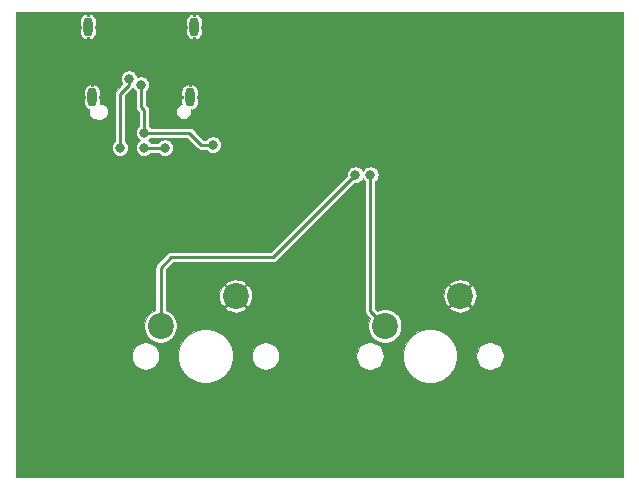
<source format=gbr>
%TF.GenerationSoftware,KiCad,Pcbnew,(5.1.10)-1*%
%TF.CreationDate,2021-07-17T22:11:59-07:00*%
%TF.ProjectId,twokey,74776f6b-6579-42e6-9b69-6361645f7063,rev?*%
%TF.SameCoordinates,Original*%
%TF.FileFunction,Copper,L2,Bot*%
%TF.FilePolarity,Positive*%
%FSLAX46Y46*%
G04 Gerber Fmt 4.6, Leading zero omitted, Abs format (unit mm)*
G04 Created by KiCad (PCBNEW (5.1.10)-1) date 2021-07-17 22:11:59*
%MOMM*%
%LPD*%
G01*
G04 APERTURE LIST*
%TA.AperFunction,ComponentPad*%
%ADD10C,2.200000*%
%TD*%
%TA.AperFunction,ComponentPad*%
%ADD11O,0.800000X1.600000*%
%TD*%
%TA.AperFunction,ViaPad*%
%ADD12C,0.800000*%
%TD*%
%TA.AperFunction,Conductor*%
%ADD13C,0.250000*%
%TD*%
%TA.AperFunction,Conductor*%
%ADD14C,0.100000*%
%TD*%
G04 APERTURE END LIST*
D10*
%TO.P,SW1,1*%
%TO.N,GND*%
X134500000Y-112000000D03*
%TO.P,SW1,2*%
%TO.N,KEY1*%
X128150000Y-114540000D03*
%TD*%
D11*
%TO.P,J1,S1*%
%TO.N,GND*%
X130622000Y-95143000D03*
%TO.P,J1,S2*%
X122362000Y-95143000D03*
%TO.P,J1,S3*%
X122002000Y-89193000D03*
%TO.P,J1,S4*%
X130982000Y-89193000D03*
%TD*%
D10*
%TO.P,SW2,2*%
%TO.N,KEY2*%
X147150000Y-114540000D03*
%TO.P,SW2,1*%
%TO.N,GND*%
X153500000Y-112000000D03*
%TD*%
D12*
%TO.N,GND*%
X122682000Y-97409000D03*
X146558000Y-94742000D03*
X147447000Y-98806000D03*
X147320000Y-101727000D03*
X149479000Y-104394000D03*
X148209000Y-105664000D03*
X147193000Y-104394000D03*
X151130000Y-103378000D03*
X152146000Y-102362000D03*
X149733000Y-90297000D03*
X152781000Y-89408000D03*
X151765000Y-90424000D03*
X151765000Y-88392000D03*
X138557000Y-90805000D03*
X137414000Y-89662000D03*
X138557000Y-88519000D03*
X129413000Y-94361000D03*
X123952000Y-94361000D03*
X123698000Y-98044000D03*
X130048000Y-97409000D03*
X128524000Y-101727000D03*
X126619000Y-101727000D03*
X125730000Y-101854000D03*
X123825000Y-101854000D03*
X124714000Y-102870000D03*
X127508000Y-102743000D03*
X140462000Y-95250000D03*
X141605000Y-94107000D03*
X139319000Y-94234000D03*
X137033000Y-94996000D03*
X135890000Y-96139000D03*
X134747000Y-94996000D03*
X150241000Y-94996000D03*
X150241000Y-98298000D03*
X145288000Y-90043000D03*
X142748000Y-91059000D03*
%TO.N,D+*%
X126492000Y-94107000D03*
X126746000Y-98171000D03*
X132588000Y-99187000D03*
%TO.N,D-*%
X126746000Y-99441000D03*
X128524000Y-99441000D03*
%TO.N,Net-(J1-PadB5)*%
X124714000Y-99441000D03*
X125476000Y-93599000D03*
%TO.N,KEY1*%
X144653000Y-101727000D03*
%TO.N,KEY2*%
X145923000Y-101727000D03*
%TD*%
D13*
%TO.N,D+*%
X126492000Y-96012000D02*
X126746000Y-96266000D01*
X126492000Y-94107000D02*
X126492000Y-96012000D01*
X126746000Y-96266000D02*
X126746000Y-98171000D01*
X126746000Y-98171000D02*
X129794000Y-98171000D01*
X129794000Y-98171000D02*
X130302000Y-98171000D01*
X130302000Y-98171000D02*
X130556000Y-98171000D01*
X131572000Y-99187000D02*
X132588000Y-99187000D01*
X130556000Y-98171000D02*
X131572000Y-99187000D01*
%TO.N,D-*%
X126746000Y-99441000D02*
X128016000Y-99441000D01*
X128016000Y-99441000D02*
X128524000Y-99441000D01*
%TO.N,Net-(J1-PadB5)*%
X124714000Y-94869000D02*
X124714000Y-99441000D01*
X125476000Y-93599000D02*
X125222000Y-93599000D01*
X125476000Y-93599000D02*
X125476000Y-94107000D01*
X125476000Y-94107000D02*
X124714000Y-94869000D01*
%TO.N,KEY1*%
X144653000Y-101727000D02*
X137668000Y-108712000D01*
X137668000Y-108712000D02*
X129032000Y-108712000D01*
X128150000Y-109594000D02*
X128150000Y-114540000D01*
X129032000Y-108712000D02*
X128150000Y-109594000D01*
%TO.N,KEY2*%
X145923000Y-113313000D02*
X147150000Y-114540000D01*
X145923000Y-101727000D02*
X145923000Y-113313000D01*
%TD*%
D14*
%TO.N,GND*%
X167311000Y-88916153D02*
X167311001Y-88916163D01*
X167311000Y-127306000D01*
X115899000Y-127306000D01*
X115899000Y-116966341D01*
X125726000Y-116966341D01*
X125726000Y-117193659D01*
X125770347Y-117416609D01*
X125857338Y-117626624D01*
X125983629Y-117815632D01*
X126144368Y-117976371D01*
X126333376Y-118102662D01*
X126543391Y-118189653D01*
X126766341Y-118234000D01*
X126993659Y-118234000D01*
X127216609Y-118189653D01*
X127426624Y-118102662D01*
X127615632Y-117976371D01*
X127776371Y-117815632D01*
X127902662Y-117626624D01*
X127989653Y-117416609D01*
X128034000Y-117193659D01*
X128034000Y-116966341D01*
X128011471Y-116853076D01*
X129656000Y-116853076D01*
X129656000Y-117306924D01*
X129744541Y-117752052D01*
X129918222Y-118171353D01*
X130170366Y-118548714D01*
X130491286Y-118869634D01*
X130868647Y-119121778D01*
X131287948Y-119295459D01*
X131733076Y-119384000D01*
X132186924Y-119384000D01*
X132632052Y-119295459D01*
X133051353Y-119121778D01*
X133428714Y-118869634D01*
X133749634Y-118548714D01*
X134001778Y-118171353D01*
X134175459Y-117752052D01*
X134264000Y-117306924D01*
X134264000Y-116966341D01*
X135886000Y-116966341D01*
X135886000Y-117193659D01*
X135930347Y-117416609D01*
X136017338Y-117626624D01*
X136143629Y-117815632D01*
X136304368Y-117976371D01*
X136493376Y-118102662D01*
X136703391Y-118189653D01*
X136926341Y-118234000D01*
X137153659Y-118234000D01*
X137376609Y-118189653D01*
X137586624Y-118102662D01*
X137775632Y-117976371D01*
X137936371Y-117815632D01*
X138062662Y-117626624D01*
X138149653Y-117416609D01*
X138194000Y-117193659D01*
X138194000Y-116966341D01*
X144726000Y-116966341D01*
X144726000Y-117193659D01*
X144770347Y-117416609D01*
X144857338Y-117626624D01*
X144983629Y-117815632D01*
X145144368Y-117976371D01*
X145333376Y-118102662D01*
X145543391Y-118189653D01*
X145766341Y-118234000D01*
X145993659Y-118234000D01*
X146216609Y-118189653D01*
X146426624Y-118102662D01*
X146615632Y-117976371D01*
X146776371Y-117815632D01*
X146902662Y-117626624D01*
X146989653Y-117416609D01*
X147034000Y-117193659D01*
X147034000Y-116966341D01*
X147011471Y-116853076D01*
X148656000Y-116853076D01*
X148656000Y-117306924D01*
X148744541Y-117752052D01*
X148918222Y-118171353D01*
X149170366Y-118548714D01*
X149491286Y-118869634D01*
X149868647Y-119121778D01*
X150287948Y-119295459D01*
X150733076Y-119384000D01*
X151186924Y-119384000D01*
X151632052Y-119295459D01*
X152051353Y-119121778D01*
X152428714Y-118869634D01*
X152749634Y-118548714D01*
X153001778Y-118171353D01*
X153175459Y-117752052D01*
X153264000Y-117306924D01*
X153264000Y-116966341D01*
X154886000Y-116966341D01*
X154886000Y-117193659D01*
X154930347Y-117416609D01*
X155017338Y-117626624D01*
X155143629Y-117815632D01*
X155304368Y-117976371D01*
X155493376Y-118102662D01*
X155703391Y-118189653D01*
X155926341Y-118234000D01*
X156153659Y-118234000D01*
X156376609Y-118189653D01*
X156586624Y-118102662D01*
X156775632Y-117976371D01*
X156936371Y-117815632D01*
X157062662Y-117626624D01*
X157149653Y-117416609D01*
X157194000Y-117193659D01*
X157194000Y-116966341D01*
X157149653Y-116743391D01*
X157062662Y-116533376D01*
X156936371Y-116344368D01*
X156775632Y-116183629D01*
X156586624Y-116057338D01*
X156376609Y-115970347D01*
X156153659Y-115926000D01*
X155926341Y-115926000D01*
X155703391Y-115970347D01*
X155493376Y-116057338D01*
X155304368Y-116183629D01*
X155143629Y-116344368D01*
X155017338Y-116533376D01*
X154930347Y-116743391D01*
X154886000Y-116966341D01*
X153264000Y-116966341D01*
X153264000Y-116853076D01*
X153175459Y-116407948D01*
X153001778Y-115988647D01*
X152749634Y-115611286D01*
X152428714Y-115290366D01*
X152051353Y-115038222D01*
X151632052Y-114864541D01*
X151186924Y-114776000D01*
X150733076Y-114776000D01*
X150287948Y-114864541D01*
X149868647Y-115038222D01*
X149491286Y-115290366D01*
X149170366Y-115611286D01*
X148918222Y-115988647D01*
X148744541Y-116407948D01*
X148656000Y-116853076D01*
X147011471Y-116853076D01*
X146989653Y-116743391D01*
X146902662Y-116533376D01*
X146776371Y-116344368D01*
X146615632Y-116183629D01*
X146426624Y-116057338D01*
X146216609Y-115970347D01*
X145993659Y-115926000D01*
X145766341Y-115926000D01*
X145543391Y-115970347D01*
X145333376Y-116057338D01*
X145144368Y-116183629D01*
X144983629Y-116344368D01*
X144857338Y-116533376D01*
X144770347Y-116743391D01*
X144726000Y-116966341D01*
X138194000Y-116966341D01*
X138149653Y-116743391D01*
X138062662Y-116533376D01*
X137936371Y-116344368D01*
X137775632Y-116183629D01*
X137586624Y-116057338D01*
X137376609Y-115970347D01*
X137153659Y-115926000D01*
X136926341Y-115926000D01*
X136703391Y-115970347D01*
X136493376Y-116057338D01*
X136304368Y-116183629D01*
X136143629Y-116344368D01*
X136017338Y-116533376D01*
X135930347Y-116743391D01*
X135886000Y-116966341D01*
X134264000Y-116966341D01*
X134264000Y-116853076D01*
X134175459Y-116407948D01*
X134001778Y-115988647D01*
X133749634Y-115611286D01*
X133428714Y-115290366D01*
X133051353Y-115038222D01*
X132632052Y-114864541D01*
X132186924Y-114776000D01*
X131733076Y-114776000D01*
X131287948Y-114864541D01*
X130868647Y-115038222D01*
X130491286Y-115290366D01*
X130170366Y-115611286D01*
X129918222Y-115988647D01*
X129744541Y-116407948D01*
X129656000Y-116853076D01*
X128011471Y-116853076D01*
X127989653Y-116743391D01*
X127902662Y-116533376D01*
X127776371Y-116344368D01*
X127615632Y-116183629D01*
X127426624Y-116057338D01*
X127216609Y-115970347D01*
X126993659Y-115926000D01*
X126766341Y-115926000D01*
X126543391Y-115970347D01*
X126333376Y-116057338D01*
X126144368Y-116183629D01*
X125983629Y-116344368D01*
X125857338Y-116533376D01*
X125770347Y-116743391D01*
X125726000Y-116966341D01*
X115899000Y-116966341D01*
X115899000Y-114401718D01*
X126746000Y-114401718D01*
X126746000Y-114678282D01*
X126799955Y-114949532D01*
X126905792Y-115205043D01*
X127059442Y-115434998D01*
X127255002Y-115630558D01*
X127484957Y-115784208D01*
X127740468Y-115890045D01*
X128011718Y-115944000D01*
X128288282Y-115944000D01*
X128559532Y-115890045D01*
X128815043Y-115784208D01*
X129044998Y-115630558D01*
X129240558Y-115434998D01*
X129394208Y-115205043D01*
X129500045Y-114949532D01*
X129554000Y-114678282D01*
X129554000Y-114401718D01*
X129500045Y-114130468D01*
X129394208Y-113874957D01*
X129240558Y-113645002D01*
X129044998Y-113449442D01*
X128815043Y-113295792D01*
X128579000Y-113198019D01*
X128579000Y-112996717D01*
X133612178Y-112996717D01*
X133734288Y-113184914D01*
X133980166Y-113311529D01*
X134246021Y-113387742D01*
X134521637Y-113410626D01*
X134796421Y-113379301D01*
X135059813Y-113294969D01*
X135265712Y-113184914D01*
X135387822Y-112996717D01*
X134500000Y-112108894D01*
X133612178Y-112996717D01*
X128579000Y-112996717D01*
X128579000Y-112021637D01*
X133089374Y-112021637D01*
X133120699Y-112296421D01*
X133205031Y-112559813D01*
X133315086Y-112765712D01*
X133503283Y-112887822D01*
X134391106Y-112000000D01*
X134608894Y-112000000D01*
X135496717Y-112887822D01*
X135684914Y-112765712D01*
X135811529Y-112519834D01*
X135887742Y-112253979D01*
X135910626Y-111978363D01*
X135879301Y-111703579D01*
X135794969Y-111440187D01*
X135684914Y-111234288D01*
X135496717Y-111112178D01*
X134608894Y-112000000D01*
X134391106Y-112000000D01*
X133503283Y-111112178D01*
X133315086Y-111234288D01*
X133188471Y-111480166D01*
X133112258Y-111746021D01*
X133089374Y-112021637D01*
X128579000Y-112021637D01*
X128579000Y-111003283D01*
X133612178Y-111003283D01*
X134500000Y-111891106D01*
X135387822Y-111003283D01*
X135265712Y-110815086D01*
X135019834Y-110688471D01*
X134753979Y-110612258D01*
X134478363Y-110589374D01*
X134203579Y-110620699D01*
X133940187Y-110705031D01*
X133734288Y-110815086D01*
X133612178Y-111003283D01*
X128579000Y-111003283D01*
X128579000Y-109771697D01*
X129209697Y-109141000D01*
X137646942Y-109141000D01*
X137668000Y-109143074D01*
X137689058Y-109141000D01*
X137689068Y-109141000D01*
X137752099Y-109134792D01*
X137832965Y-109110261D01*
X137907492Y-109070426D01*
X137972816Y-109016816D01*
X137986248Y-109000449D01*
X144560338Y-102426360D01*
X144583662Y-102431000D01*
X144722338Y-102431000D01*
X144858349Y-102403945D01*
X144986469Y-102350876D01*
X145101774Y-102273832D01*
X145199832Y-102175774D01*
X145276876Y-102060469D01*
X145288000Y-102033613D01*
X145299124Y-102060469D01*
X145376168Y-102175774D01*
X145474226Y-102273832D01*
X145494000Y-102287045D01*
X145494001Y-113291932D01*
X145491926Y-113313000D01*
X145500209Y-113397099D01*
X145524740Y-113477965D01*
X145564574Y-113552492D01*
X145604754Y-113601451D01*
X145604757Y-113601454D01*
X145618185Y-113617816D01*
X145634547Y-113631244D01*
X145897728Y-113894425D01*
X145799955Y-114130468D01*
X145746000Y-114401718D01*
X145746000Y-114678282D01*
X145799955Y-114949532D01*
X145905792Y-115205043D01*
X146059442Y-115434998D01*
X146255002Y-115630558D01*
X146484957Y-115784208D01*
X146740468Y-115890045D01*
X147011718Y-115944000D01*
X147288282Y-115944000D01*
X147559532Y-115890045D01*
X147815043Y-115784208D01*
X148044998Y-115630558D01*
X148240558Y-115434998D01*
X148394208Y-115205043D01*
X148500045Y-114949532D01*
X148554000Y-114678282D01*
X148554000Y-114401718D01*
X148500045Y-114130468D01*
X148394208Y-113874957D01*
X148240558Y-113645002D01*
X148044998Y-113449442D01*
X147815043Y-113295792D01*
X147559532Y-113189955D01*
X147288282Y-113136000D01*
X147011718Y-113136000D01*
X146740468Y-113189955D01*
X146504425Y-113287728D01*
X146352000Y-113135303D01*
X146352000Y-112996717D01*
X152612178Y-112996717D01*
X152734288Y-113184914D01*
X152980166Y-113311529D01*
X153246021Y-113387742D01*
X153521637Y-113410626D01*
X153796421Y-113379301D01*
X154059813Y-113294969D01*
X154265712Y-113184914D01*
X154387822Y-112996717D01*
X153500000Y-112108894D01*
X152612178Y-112996717D01*
X146352000Y-112996717D01*
X146352000Y-112021637D01*
X152089374Y-112021637D01*
X152120699Y-112296421D01*
X152205031Y-112559813D01*
X152315086Y-112765712D01*
X152503283Y-112887822D01*
X153391106Y-112000000D01*
X153608894Y-112000000D01*
X154496717Y-112887822D01*
X154684914Y-112765712D01*
X154811529Y-112519834D01*
X154887742Y-112253979D01*
X154910626Y-111978363D01*
X154879301Y-111703579D01*
X154794969Y-111440187D01*
X154684914Y-111234288D01*
X154496717Y-111112178D01*
X153608894Y-112000000D01*
X153391106Y-112000000D01*
X152503283Y-111112178D01*
X152315086Y-111234288D01*
X152188471Y-111480166D01*
X152112258Y-111746021D01*
X152089374Y-112021637D01*
X146352000Y-112021637D01*
X146352000Y-111003283D01*
X152612178Y-111003283D01*
X153500000Y-111891106D01*
X154387822Y-111003283D01*
X154265712Y-110815086D01*
X154019834Y-110688471D01*
X153753979Y-110612258D01*
X153478363Y-110589374D01*
X153203579Y-110620699D01*
X152940187Y-110705031D01*
X152734288Y-110815086D01*
X152612178Y-111003283D01*
X146352000Y-111003283D01*
X146352000Y-102287045D01*
X146371774Y-102273832D01*
X146469832Y-102175774D01*
X146546876Y-102060469D01*
X146599945Y-101932349D01*
X146627000Y-101796338D01*
X146627000Y-101657662D01*
X146599945Y-101521651D01*
X146546876Y-101393531D01*
X146469832Y-101278226D01*
X146371774Y-101180168D01*
X146256469Y-101103124D01*
X146128349Y-101050055D01*
X145992338Y-101023000D01*
X145853662Y-101023000D01*
X145717651Y-101050055D01*
X145589531Y-101103124D01*
X145474226Y-101180168D01*
X145376168Y-101278226D01*
X145299124Y-101393531D01*
X145288000Y-101420387D01*
X145276876Y-101393531D01*
X145199832Y-101278226D01*
X145101774Y-101180168D01*
X144986469Y-101103124D01*
X144858349Y-101050055D01*
X144722338Y-101023000D01*
X144583662Y-101023000D01*
X144447651Y-101050055D01*
X144319531Y-101103124D01*
X144204226Y-101180168D01*
X144106168Y-101278226D01*
X144029124Y-101393531D01*
X143976055Y-101521651D01*
X143949000Y-101657662D01*
X143949000Y-101796338D01*
X143953640Y-101819662D01*
X137490303Y-108283000D01*
X129053057Y-108283000D01*
X129031999Y-108280926D01*
X129010941Y-108283000D01*
X129010932Y-108283000D01*
X128947901Y-108289208D01*
X128867035Y-108313739D01*
X128792508Y-108353574D01*
X128727184Y-108407184D01*
X128713754Y-108423549D01*
X127861551Y-109275752D01*
X127845184Y-109289184D01*
X127831754Y-109305549D01*
X127791574Y-109354508D01*
X127770283Y-109394343D01*
X127751739Y-109429036D01*
X127727208Y-109509902D01*
X127721000Y-109572933D01*
X127721000Y-109572942D01*
X127718926Y-109594000D01*
X127721000Y-109615058D01*
X127721001Y-113198019D01*
X127484957Y-113295792D01*
X127255002Y-113449442D01*
X127059442Y-113645002D01*
X126905792Y-113874957D01*
X126799955Y-114130468D01*
X126746000Y-114401718D01*
X115899000Y-114401718D01*
X115899000Y-99371662D01*
X124010000Y-99371662D01*
X124010000Y-99510338D01*
X124037055Y-99646349D01*
X124090124Y-99774469D01*
X124167168Y-99889774D01*
X124265226Y-99987832D01*
X124380531Y-100064876D01*
X124508651Y-100117945D01*
X124644662Y-100145000D01*
X124783338Y-100145000D01*
X124919349Y-100117945D01*
X125047469Y-100064876D01*
X125162774Y-99987832D01*
X125260832Y-99889774D01*
X125337876Y-99774469D01*
X125390945Y-99646349D01*
X125418000Y-99510338D01*
X125418000Y-99371662D01*
X125390945Y-99235651D01*
X125337876Y-99107531D01*
X125260832Y-98992226D01*
X125162774Y-98894168D01*
X125143000Y-98880955D01*
X125143000Y-95046697D01*
X125764454Y-94425244D01*
X125780816Y-94411816D01*
X125794462Y-94395189D01*
X125830951Y-94350726D01*
X125868124Y-94440469D01*
X125945168Y-94555774D01*
X126043226Y-94653832D01*
X126063000Y-94667045D01*
X126063001Y-95990932D01*
X126060926Y-96012000D01*
X126069209Y-96096099D01*
X126093740Y-96176965D01*
X126133574Y-96251492D01*
X126173754Y-96300451D01*
X126173757Y-96300454D01*
X126187185Y-96316816D01*
X126203547Y-96330244D01*
X126317000Y-96443697D01*
X126317001Y-97610955D01*
X126297226Y-97624168D01*
X126199168Y-97722226D01*
X126122124Y-97837531D01*
X126069055Y-97965651D01*
X126042000Y-98101662D01*
X126042000Y-98240338D01*
X126069055Y-98376349D01*
X126122124Y-98504469D01*
X126199168Y-98619774D01*
X126297226Y-98717832D01*
X126412531Y-98794876D01*
X126439387Y-98806000D01*
X126412531Y-98817124D01*
X126297226Y-98894168D01*
X126199168Y-98992226D01*
X126122124Y-99107531D01*
X126069055Y-99235651D01*
X126042000Y-99371662D01*
X126042000Y-99510338D01*
X126069055Y-99646349D01*
X126122124Y-99774469D01*
X126199168Y-99889774D01*
X126297226Y-99987832D01*
X126412531Y-100064876D01*
X126540651Y-100117945D01*
X126676662Y-100145000D01*
X126815338Y-100145000D01*
X126951349Y-100117945D01*
X127079469Y-100064876D01*
X127194774Y-99987832D01*
X127292832Y-99889774D01*
X127306045Y-99870000D01*
X127963955Y-99870000D01*
X127977168Y-99889774D01*
X128075226Y-99987832D01*
X128190531Y-100064876D01*
X128318651Y-100117945D01*
X128454662Y-100145000D01*
X128593338Y-100145000D01*
X128729349Y-100117945D01*
X128857469Y-100064876D01*
X128972774Y-99987832D01*
X129070832Y-99889774D01*
X129147876Y-99774469D01*
X129200945Y-99646349D01*
X129228000Y-99510338D01*
X129228000Y-99371662D01*
X129200945Y-99235651D01*
X129147876Y-99107531D01*
X129070832Y-98992226D01*
X128972774Y-98894168D01*
X128857469Y-98817124D01*
X128729349Y-98764055D01*
X128593338Y-98737000D01*
X128454662Y-98737000D01*
X128318651Y-98764055D01*
X128190531Y-98817124D01*
X128075226Y-98894168D01*
X127977168Y-98992226D01*
X127963955Y-99012000D01*
X127306045Y-99012000D01*
X127292832Y-98992226D01*
X127194774Y-98894168D01*
X127079469Y-98817124D01*
X127052613Y-98806000D01*
X127079469Y-98794876D01*
X127194774Y-98717832D01*
X127292832Y-98619774D01*
X127306045Y-98600000D01*
X130378303Y-98600000D01*
X131253756Y-99475454D01*
X131267184Y-99491816D01*
X131283546Y-99505244D01*
X131283548Y-99505246D01*
X131332507Y-99545426D01*
X131372342Y-99566717D01*
X131407035Y-99585261D01*
X131487901Y-99609792D01*
X131550932Y-99616000D01*
X131550942Y-99616000D01*
X131572000Y-99618074D01*
X131593058Y-99616000D01*
X132027955Y-99616000D01*
X132041168Y-99635774D01*
X132139226Y-99733832D01*
X132254531Y-99810876D01*
X132382651Y-99863945D01*
X132518662Y-99891000D01*
X132657338Y-99891000D01*
X132793349Y-99863945D01*
X132921469Y-99810876D01*
X133036774Y-99733832D01*
X133134832Y-99635774D01*
X133211876Y-99520469D01*
X133264945Y-99392349D01*
X133292000Y-99256338D01*
X133292000Y-99117662D01*
X133264945Y-98981651D01*
X133211876Y-98853531D01*
X133134832Y-98738226D01*
X133036774Y-98640168D01*
X132921469Y-98563124D01*
X132793349Y-98510055D01*
X132657338Y-98483000D01*
X132518662Y-98483000D01*
X132382651Y-98510055D01*
X132254531Y-98563124D01*
X132139226Y-98640168D01*
X132041168Y-98738226D01*
X132027955Y-98758000D01*
X131749698Y-98758000D01*
X130874248Y-97882551D01*
X130860816Y-97866184D01*
X130795492Y-97812574D01*
X130720965Y-97772739D01*
X130640099Y-97748208D01*
X130577068Y-97742000D01*
X130577058Y-97742000D01*
X130556000Y-97739926D01*
X130534942Y-97742000D01*
X127306045Y-97742000D01*
X127292832Y-97722226D01*
X127194774Y-97624168D01*
X127175000Y-97610955D01*
X127175000Y-96331049D01*
X129463000Y-96331049D01*
X129463000Y-96454951D01*
X129487173Y-96576472D01*
X129534588Y-96690943D01*
X129603424Y-96793964D01*
X129691036Y-96881576D01*
X129794057Y-96950412D01*
X129908528Y-96997827D01*
X130030049Y-97022000D01*
X130153951Y-97022000D01*
X130275472Y-96997827D01*
X130389943Y-96950412D01*
X130492964Y-96881576D01*
X130580576Y-96793964D01*
X130649412Y-96690943D01*
X130696827Y-96576472D01*
X130721000Y-96454951D01*
X130721000Y-96331049D01*
X130699002Y-96220462D01*
X130699002Y-96166263D01*
X130807521Y-96222115D01*
X130949098Y-96171134D01*
X131065356Y-96095251D01*
X131164576Y-95998145D01*
X131242945Y-95883548D01*
X131297451Y-95755864D01*
X131326000Y-95620000D01*
X131326000Y-95220000D01*
X131226000Y-95220000D01*
X131226000Y-95066000D01*
X131326000Y-95066000D01*
X131326000Y-94666000D01*
X131297451Y-94530136D01*
X131242945Y-94402452D01*
X131164576Y-94287855D01*
X131065356Y-94190749D01*
X130949098Y-94114866D01*
X130807521Y-94063885D01*
X130699000Y-94119738D01*
X130699000Y-94244852D01*
X130656543Y-94240689D01*
X130641084Y-94240689D01*
X130625726Y-94239020D01*
X130620783Y-94239002D01*
X130619038Y-94239008D01*
X130603640Y-94240571D01*
X130588172Y-94240463D01*
X130583252Y-94240945D01*
X130545000Y-94244965D01*
X130545000Y-94119738D01*
X130436479Y-94063885D01*
X130294902Y-94114866D01*
X130178644Y-94190749D01*
X130079424Y-94287855D01*
X130001055Y-94402452D01*
X129946549Y-94530136D01*
X129918000Y-94666000D01*
X129918000Y-95066000D01*
X130018001Y-95066000D01*
X130018000Y-95220000D01*
X129918000Y-95220000D01*
X129918000Y-95620000D01*
X129946549Y-95755864D01*
X129956286Y-95778673D01*
X129908528Y-95788173D01*
X129794057Y-95835588D01*
X129691036Y-95904424D01*
X129603424Y-95992036D01*
X129534588Y-96095057D01*
X129487173Y-96209528D01*
X129463000Y-96331049D01*
X127175000Y-96331049D01*
X127175000Y-96287057D01*
X127177074Y-96265999D01*
X127175000Y-96244941D01*
X127175000Y-96244932D01*
X127168792Y-96181901D01*
X127144261Y-96101035D01*
X127104426Y-96026508D01*
X127050816Y-95961184D01*
X127034445Y-95947749D01*
X126921000Y-95834303D01*
X126921000Y-94667045D01*
X126940774Y-94653832D01*
X127038832Y-94555774D01*
X127115876Y-94440469D01*
X127168945Y-94312349D01*
X127196000Y-94176338D01*
X127196000Y-94037662D01*
X127168945Y-93901651D01*
X127115876Y-93773531D01*
X127038832Y-93658226D01*
X126940774Y-93560168D01*
X126825469Y-93483124D01*
X126697349Y-93430055D01*
X126561338Y-93403000D01*
X126422662Y-93403000D01*
X126286651Y-93430055D01*
X126169813Y-93478451D01*
X126152945Y-93393651D01*
X126099876Y-93265531D01*
X126022832Y-93150226D01*
X125924774Y-93052168D01*
X125809469Y-92975124D01*
X125681349Y-92922055D01*
X125545338Y-92895000D01*
X125406662Y-92895000D01*
X125270651Y-92922055D01*
X125142531Y-92975124D01*
X125027226Y-93052168D01*
X124929168Y-93150226D01*
X124852124Y-93265531D01*
X124799055Y-93393651D01*
X124772000Y-93529662D01*
X124772000Y-93668338D01*
X124799055Y-93804349D01*
X124852124Y-93932469D01*
X124928912Y-94047391D01*
X124425551Y-94550752D01*
X124409184Y-94564184D01*
X124394943Y-94581537D01*
X124355574Y-94629508D01*
X124342573Y-94653832D01*
X124315739Y-94704036D01*
X124291208Y-94784902D01*
X124285000Y-94847933D01*
X124285000Y-94847942D01*
X124282926Y-94869000D01*
X124285000Y-94890058D01*
X124285001Y-98880955D01*
X124265226Y-98894168D01*
X124167168Y-98992226D01*
X124090124Y-99107531D01*
X124037055Y-99235651D01*
X124010000Y-99371662D01*
X115899000Y-99371662D01*
X115899000Y-94666000D01*
X121658000Y-94666000D01*
X121658000Y-95066000D01*
X121758001Y-95066000D01*
X121758000Y-95220000D01*
X121658000Y-95220000D01*
X121658000Y-95620000D01*
X121686549Y-95755864D01*
X121741055Y-95883548D01*
X121819424Y-95998145D01*
X121918644Y-96095251D01*
X122034902Y-96171134D01*
X122094773Y-96192693D01*
X122083159Y-96232155D01*
X122077146Y-96263681D01*
X122070697Y-96295096D01*
X122070214Y-96300016D01*
X122064465Y-96363184D01*
X122064689Y-96395301D01*
X122064465Y-96427352D01*
X122064947Y-96432272D01*
X122071577Y-96495352D01*
X122078036Y-96526816D01*
X122084040Y-96558295D01*
X122085468Y-96563027D01*
X122104224Y-96623620D01*
X122116664Y-96653213D01*
X122128680Y-96682953D01*
X122131000Y-96687317D01*
X122161169Y-96743112D01*
X122179115Y-96769717D01*
X122196679Y-96796557D01*
X122199803Y-96800388D01*
X122240234Y-96849260D01*
X122263024Y-96871892D01*
X122285447Y-96894789D01*
X122289250Y-96897935D01*
X122289257Y-96897942D01*
X122289265Y-96897947D01*
X122338410Y-96938029D01*
X122365116Y-96955772D01*
X122391606Y-96973911D01*
X122395954Y-96976262D01*
X122451959Y-97006040D01*
X122481632Y-97018271D01*
X122511113Y-97030906D01*
X122515835Y-97032368D01*
X122576557Y-97050701D01*
X122608041Y-97056935D01*
X122639411Y-97063603D01*
X122644327Y-97064120D01*
X122707453Y-97070310D01*
X122707459Y-97070310D01*
X122724618Y-97072000D01*
X123059382Y-97072000D01*
X123076866Y-97070278D01*
X123081080Y-97070278D01*
X123085996Y-97069762D01*
X123149029Y-97062692D01*
X123180431Y-97056017D01*
X123211888Y-97049789D01*
X123216610Y-97048328D01*
X123277070Y-97029149D01*
X123306625Y-97016482D01*
X123336223Y-97004282D01*
X123340572Y-97001932D01*
X123396155Y-96971374D01*
X123422640Y-96953240D01*
X123449349Y-96935495D01*
X123453158Y-96932344D01*
X123453161Y-96932342D01*
X123453164Y-96932339D01*
X123501748Y-96891573D01*
X123524227Y-96868619D01*
X123546968Y-96846035D01*
X123550093Y-96842205D01*
X123589837Y-96792772D01*
X123607413Y-96765912D01*
X123625342Y-96739332D01*
X123627663Y-96734967D01*
X123657050Y-96678757D01*
X123669077Y-96648990D01*
X123681504Y-96619425D01*
X123682933Y-96614693D01*
X123700841Y-96553845D01*
X123706854Y-96522319D01*
X123713303Y-96490904D01*
X123713786Y-96485984D01*
X123719535Y-96422816D01*
X123719311Y-96390698D01*
X123719535Y-96358647D01*
X123719053Y-96353728D01*
X123712423Y-96290647D01*
X123705964Y-96259182D01*
X123699960Y-96227705D01*
X123698531Y-96222972D01*
X123698531Y-96222970D01*
X123698529Y-96222964D01*
X123679776Y-96162380D01*
X123667331Y-96132775D01*
X123655320Y-96103047D01*
X123653000Y-96098683D01*
X123622831Y-96042888D01*
X123604885Y-96016283D01*
X123587321Y-95989443D01*
X123584197Y-95985612D01*
X123543766Y-95936740D01*
X123520992Y-95914125D01*
X123498553Y-95891211D01*
X123494744Y-95888060D01*
X123445590Y-95847971D01*
X123418874Y-95830221D01*
X123392394Y-95812090D01*
X123388046Y-95809738D01*
X123332042Y-95779960D01*
X123302343Y-95767719D01*
X123272887Y-95755094D01*
X123268169Y-95753633D01*
X123268163Y-95753631D01*
X123207443Y-95735299D01*
X123175959Y-95729065D01*
X123144589Y-95722397D01*
X123139673Y-95721880D01*
X123076547Y-95715690D01*
X123076541Y-95715690D01*
X123059382Y-95714000D01*
X123046248Y-95714000D01*
X123066000Y-95620000D01*
X123066000Y-95220000D01*
X122966000Y-95220000D01*
X122966000Y-95066000D01*
X123066000Y-95066000D01*
X123066000Y-94666000D01*
X123037451Y-94530136D01*
X122982945Y-94402452D01*
X122904576Y-94287855D01*
X122805356Y-94190749D01*
X122689098Y-94114866D01*
X122547521Y-94063885D01*
X122439000Y-94119738D01*
X122439000Y-94244852D01*
X122396543Y-94240689D01*
X122381084Y-94240689D01*
X122365726Y-94239020D01*
X122360783Y-94239002D01*
X122359038Y-94239008D01*
X122343640Y-94240571D01*
X122328172Y-94240463D01*
X122323252Y-94240945D01*
X122285000Y-94244965D01*
X122285000Y-94119738D01*
X122176479Y-94063885D01*
X122034902Y-94114866D01*
X121918644Y-94190749D01*
X121819424Y-94287855D01*
X121741055Y-94402452D01*
X121686549Y-94530136D01*
X121658000Y-94666000D01*
X115899000Y-94666000D01*
X115899000Y-88716000D01*
X121298000Y-88716000D01*
X121298000Y-89116000D01*
X121398001Y-89116000D01*
X121398000Y-89270000D01*
X121298000Y-89270000D01*
X121298000Y-89670000D01*
X121326549Y-89805864D01*
X121381055Y-89933548D01*
X121459424Y-90048145D01*
X121558644Y-90145251D01*
X121674902Y-90221134D01*
X121816479Y-90272115D01*
X121925000Y-90216262D01*
X121925000Y-90091148D01*
X121967458Y-90095311D01*
X121982916Y-90095311D01*
X121998274Y-90096980D01*
X122003217Y-90096998D01*
X122004962Y-90096992D01*
X122020360Y-90095429D01*
X122035828Y-90095537D01*
X122040748Y-90095055D01*
X122079000Y-90091035D01*
X122079000Y-90216262D01*
X122187521Y-90272115D01*
X122329098Y-90221134D01*
X122445356Y-90145251D01*
X122544576Y-90048145D01*
X122622945Y-89933548D01*
X122677451Y-89805864D01*
X122706000Y-89670000D01*
X122706000Y-89270000D01*
X122606000Y-89270000D01*
X122606000Y-89116000D01*
X122706000Y-89116000D01*
X122706000Y-88716000D01*
X130278000Y-88716000D01*
X130278000Y-89116000D01*
X130378001Y-89116000D01*
X130378000Y-89270000D01*
X130278000Y-89270000D01*
X130278000Y-89670000D01*
X130306549Y-89805864D01*
X130361055Y-89933548D01*
X130439424Y-90048145D01*
X130538644Y-90145251D01*
X130654902Y-90221134D01*
X130796479Y-90272115D01*
X130905000Y-90216262D01*
X130905000Y-90091148D01*
X130947458Y-90095311D01*
X130962916Y-90095311D01*
X130978274Y-90096980D01*
X130983217Y-90096998D01*
X130984962Y-90096992D01*
X131000360Y-90095429D01*
X131015828Y-90095537D01*
X131020748Y-90095055D01*
X131059000Y-90091035D01*
X131059000Y-90216262D01*
X131167521Y-90272115D01*
X131309098Y-90221134D01*
X131425356Y-90145251D01*
X131524576Y-90048145D01*
X131602945Y-89933548D01*
X131657451Y-89805864D01*
X131686000Y-89670000D01*
X131686000Y-89270000D01*
X131586000Y-89270000D01*
X131586000Y-89116000D01*
X131686000Y-89116000D01*
X131686000Y-88716000D01*
X131657451Y-88580136D01*
X131602945Y-88452452D01*
X131524576Y-88337855D01*
X131425356Y-88240749D01*
X131309098Y-88164866D01*
X131167521Y-88113885D01*
X131059000Y-88169738D01*
X131059000Y-88294852D01*
X131016543Y-88290689D01*
X131001084Y-88290689D01*
X130985726Y-88289020D01*
X130980783Y-88289002D01*
X130979038Y-88289008D01*
X130963640Y-88290571D01*
X130948172Y-88290463D01*
X130943252Y-88290945D01*
X130905000Y-88294965D01*
X130905000Y-88169738D01*
X130796479Y-88113885D01*
X130654902Y-88164866D01*
X130538644Y-88240749D01*
X130439424Y-88337855D01*
X130361055Y-88452452D01*
X130306549Y-88580136D01*
X130278000Y-88716000D01*
X122706000Y-88716000D01*
X122677451Y-88580136D01*
X122622945Y-88452452D01*
X122544576Y-88337855D01*
X122445356Y-88240749D01*
X122329098Y-88164866D01*
X122187521Y-88113885D01*
X122079000Y-88169738D01*
X122079000Y-88294852D01*
X122036543Y-88290689D01*
X122021084Y-88290689D01*
X122005726Y-88289020D01*
X122000783Y-88289002D01*
X121999038Y-88289008D01*
X121983640Y-88290571D01*
X121968172Y-88290463D01*
X121963252Y-88290945D01*
X121925000Y-88294965D01*
X121925000Y-88169738D01*
X121816479Y-88113885D01*
X121674902Y-88164866D01*
X121558644Y-88240749D01*
X121459424Y-88337855D01*
X121381055Y-88452452D01*
X121326549Y-88580136D01*
X121298000Y-88716000D01*
X115899000Y-88716000D01*
X115899000Y-87959000D01*
X167311001Y-87959000D01*
X167311000Y-88916153D01*
%TA.AperFunction,Conductor*%
G36*
X167311000Y-88916153D02*
G01*
X167311001Y-88916163D01*
X167311000Y-127306000D01*
X115899000Y-127306000D01*
X115899000Y-116966341D01*
X125726000Y-116966341D01*
X125726000Y-117193659D01*
X125770347Y-117416609D01*
X125857338Y-117626624D01*
X125983629Y-117815632D01*
X126144368Y-117976371D01*
X126333376Y-118102662D01*
X126543391Y-118189653D01*
X126766341Y-118234000D01*
X126993659Y-118234000D01*
X127216609Y-118189653D01*
X127426624Y-118102662D01*
X127615632Y-117976371D01*
X127776371Y-117815632D01*
X127902662Y-117626624D01*
X127989653Y-117416609D01*
X128034000Y-117193659D01*
X128034000Y-116966341D01*
X128011471Y-116853076D01*
X129656000Y-116853076D01*
X129656000Y-117306924D01*
X129744541Y-117752052D01*
X129918222Y-118171353D01*
X130170366Y-118548714D01*
X130491286Y-118869634D01*
X130868647Y-119121778D01*
X131287948Y-119295459D01*
X131733076Y-119384000D01*
X132186924Y-119384000D01*
X132632052Y-119295459D01*
X133051353Y-119121778D01*
X133428714Y-118869634D01*
X133749634Y-118548714D01*
X134001778Y-118171353D01*
X134175459Y-117752052D01*
X134264000Y-117306924D01*
X134264000Y-116966341D01*
X135886000Y-116966341D01*
X135886000Y-117193659D01*
X135930347Y-117416609D01*
X136017338Y-117626624D01*
X136143629Y-117815632D01*
X136304368Y-117976371D01*
X136493376Y-118102662D01*
X136703391Y-118189653D01*
X136926341Y-118234000D01*
X137153659Y-118234000D01*
X137376609Y-118189653D01*
X137586624Y-118102662D01*
X137775632Y-117976371D01*
X137936371Y-117815632D01*
X138062662Y-117626624D01*
X138149653Y-117416609D01*
X138194000Y-117193659D01*
X138194000Y-116966341D01*
X144726000Y-116966341D01*
X144726000Y-117193659D01*
X144770347Y-117416609D01*
X144857338Y-117626624D01*
X144983629Y-117815632D01*
X145144368Y-117976371D01*
X145333376Y-118102662D01*
X145543391Y-118189653D01*
X145766341Y-118234000D01*
X145993659Y-118234000D01*
X146216609Y-118189653D01*
X146426624Y-118102662D01*
X146615632Y-117976371D01*
X146776371Y-117815632D01*
X146902662Y-117626624D01*
X146989653Y-117416609D01*
X147034000Y-117193659D01*
X147034000Y-116966341D01*
X147011471Y-116853076D01*
X148656000Y-116853076D01*
X148656000Y-117306924D01*
X148744541Y-117752052D01*
X148918222Y-118171353D01*
X149170366Y-118548714D01*
X149491286Y-118869634D01*
X149868647Y-119121778D01*
X150287948Y-119295459D01*
X150733076Y-119384000D01*
X151186924Y-119384000D01*
X151632052Y-119295459D01*
X152051353Y-119121778D01*
X152428714Y-118869634D01*
X152749634Y-118548714D01*
X153001778Y-118171353D01*
X153175459Y-117752052D01*
X153264000Y-117306924D01*
X153264000Y-116966341D01*
X154886000Y-116966341D01*
X154886000Y-117193659D01*
X154930347Y-117416609D01*
X155017338Y-117626624D01*
X155143629Y-117815632D01*
X155304368Y-117976371D01*
X155493376Y-118102662D01*
X155703391Y-118189653D01*
X155926341Y-118234000D01*
X156153659Y-118234000D01*
X156376609Y-118189653D01*
X156586624Y-118102662D01*
X156775632Y-117976371D01*
X156936371Y-117815632D01*
X157062662Y-117626624D01*
X157149653Y-117416609D01*
X157194000Y-117193659D01*
X157194000Y-116966341D01*
X157149653Y-116743391D01*
X157062662Y-116533376D01*
X156936371Y-116344368D01*
X156775632Y-116183629D01*
X156586624Y-116057338D01*
X156376609Y-115970347D01*
X156153659Y-115926000D01*
X155926341Y-115926000D01*
X155703391Y-115970347D01*
X155493376Y-116057338D01*
X155304368Y-116183629D01*
X155143629Y-116344368D01*
X155017338Y-116533376D01*
X154930347Y-116743391D01*
X154886000Y-116966341D01*
X153264000Y-116966341D01*
X153264000Y-116853076D01*
X153175459Y-116407948D01*
X153001778Y-115988647D01*
X152749634Y-115611286D01*
X152428714Y-115290366D01*
X152051353Y-115038222D01*
X151632052Y-114864541D01*
X151186924Y-114776000D01*
X150733076Y-114776000D01*
X150287948Y-114864541D01*
X149868647Y-115038222D01*
X149491286Y-115290366D01*
X149170366Y-115611286D01*
X148918222Y-115988647D01*
X148744541Y-116407948D01*
X148656000Y-116853076D01*
X147011471Y-116853076D01*
X146989653Y-116743391D01*
X146902662Y-116533376D01*
X146776371Y-116344368D01*
X146615632Y-116183629D01*
X146426624Y-116057338D01*
X146216609Y-115970347D01*
X145993659Y-115926000D01*
X145766341Y-115926000D01*
X145543391Y-115970347D01*
X145333376Y-116057338D01*
X145144368Y-116183629D01*
X144983629Y-116344368D01*
X144857338Y-116533376D01*
X144770347Y-116743391D01*
X144726000Y-116966341D01*
X138194000Y-116966341D01*
X138149653Y-116743391D01*
X138062662Y-116533376D01*
X137936371Y-116344368D01*
X137775632Y-116183629D01*
X137586624Y-116057338D01*
X137376609Y-115970347D01*
X137153659Y-115926000D01*
X136926341Y-115926000D01*
X136703391Y-115970347D01*
X136493376Y-116057338D01*
X136304368Y-116183629D01*
X136143629Y-116344368D01*
X136017338Y-116533376D01*
X135930347Y-116743391D01*
X135886000Y-116966341D01*
X134264000Y-116966341D01*
X134264000Y-116853076D01*
X134175459Y-116407948D01*
X134001778Y-115988647D01*
X133749634Y-115611286D01*
X133428714Y-115290366D01*
X133051353Y-115038222D01*
X132632052Y-114864541D01*
X132186924Y-114776000D01*
X131733076Y-114776000D01*
X131287948Y-114864541D01*
X130868647Y-115038222D01*
X130491286Y-115290366D01*
X130170366Y-115611286D01*
X129918222Y-115988647D01*
X129744541Y-116407948D01*
X129656000Y-116853076D01*
X128011471Y-116853076D01*
X127989653Y-116743391D01*
X127902662Y-116533376D01*
X127776371Y-116344368D01*
X127615632Y-116183629D01*
X127426624Y-116057338D01*
X127216609Y-115970347D01*
X126993659Y-115926000D01*
X126766341Y-115926000D01*
X126543391Y-115970347D01*
X126333376Y-116057338D01*
X126144368Y-116183629D01*
X125983629Y-116344368D01*
X125857338Y-116533376D01*
X125770347Y-116743391D01*
X125726000Y-116966341D01*
X115899000Y-116966341D01*
X115899000Y-114401718D01*
X126746000Y-114401718D01*
X126746000Y-114678282D01*
X126799955Y-114949532D01*
X126905792Y-115205043D01*
X127059442Y-115434998D01*
X127255002Y-115630558D01*
X127484957Y-115784208D01*
X127740468Y-115890045D01*
X128011718Y-115944000D01*
X128288282Y-115944000D01*
X128559532Y-115890045D01*
X128815043Y-115784208D01*
X129044998Y-115630558D01*
X129240558Y-115434998D01*
X129394208Y-115205043D01*
X129500045Y-114949532D01*
X129554000Y-114678282D01*
X129554000Y-114401718D01*
X129500045Y-114130468D01*
X129394208Y-113874957D01*
X129240558Y-113645002D01*
X129044998Y-113449442D01*
X128815043Y-113295792D01*
X128579000Y-113198019D01*
X128579000Y-112996717D01*
X133612178Y-112996717D01*
X133734288Y-113184914D01*
X133980166Y-113311529D01*
X134246021Y-113387742D01*
X134521637Y-113410626D01*
X134796421Y-113379301D01*
X135059813Y-113294969D01*
X135265712Y-113184914D01*
X135387822Y-112996717D01*
X134500000Y-112108894D01*
X133612178Y-112996717D01*
X128579000Y-112996717D01*
X128579000Y-112021637D01*
X133089374Y-112021637D01*
X133120699Y-112296421D01*
X133205031Y-112559813D01*
X133315086Y-112765712D01*
X133503283Y-112887822D01*
X134391106Y-112000000D01*
X134608894Y-112000000D01*
X135496717Y-112887822D01*
X135684914Y-112765712D01*
X135811529Y-112519834D01*
X135887742Y-112253979D01*
X135910626Y-111978363D01*
X135879301Y-111703579D01*
X135794969Y-111440187D01*
X135684914Y-111234288D01*
X135496717Y-111112178D01*
X134608894Y-112000000D01*
X134391106Y-112000000D01*
X133503283Y-111112178D01*
X133315086Y-111234288D01*
X133188471Y-111480166D01*
X133112258Y-111746021D01*
X133089374Y-112021637D01*
X128579000Y-112021637D01*
X128579000Y-111003283D01*
X133612178Y-111003283D01*
X134500000Y-111891106D01*
X135387822Y-111003283D01*
X135265712Y-110815086D01*
X135019834Y-110688471D01*
X134753979Y-110612258D01*
X134478363Y-110589374D01*
X134203579Y-110620699D01*
X133940187Y-110705031D01*
X133734288Y-110815086D01*
X133612178Y-111003283D01*
X128579000Y-111003283D01*
X128579000Y-109771697D01*
X129209697Y-109141000D01*
X137646942Y-109141000D01*
X137668000Y-109143074D01*
X137689058Y-109141000D01*
X137689068Y-109141000D01*
X137752099Y-109134792D01*
X137832965Y-109110261D01*
X137907492Y-109070426D01*
X137972816Y-109016816D01*
X137986248Y-109000449D01*
X144560338Y-102426360D01*
X144583662Y-102431000D01*
X144722338Y-102431000D01*
X144858349Y-102403945D01*
X144986469Y-102350876D01*
X145101774Y-102273832D01*
X145199832Y-102175774D01*
X145276876Y-102060469D01*
X145288000Y-102033613D01*
X145299124Y-102060469D01*
X145376168Y-102175774D01*
X145474226Y-102273832D01*
X145494000Y-102287045D01*
X145494001Y-113291932D01*
X145491926Y-113313000D01*
X145500209Y-113397099D01*
X145524740Y-113477965D01*
X145564574Y-113552492D01*
X145604754Y-113601451D01*
X145604757Y-113601454D01*
X145618185Y-113617816D01*
X145634547Y-113631244D01*
X145897728Y-113894425D01*
X145799955Y-114130468D01*
X145746000Y-114401718D01*
X145746000Y-114678282D01*
X145799955Y-114949532D01*
X145905792Y-115205043D01*
X146059442Y-115434998D01*
X146255002Y-115630558D01*
X146484957Y-115784208D01*
X146740468Y-115890045D01*
X147011718Y-115944000D01*
X147288282Y-115944000D01*
X147559532Y-115890045D01*
X147815043Y-115784208D01*
X148044998Y-115630558D01*
X148240558Y-115434998D01*
X148394208Y-115205043D01*
X148500045Y-114949532D01*
X148554000Y-114678282D01*
X148554000Y-114401718D01*
X148500045Y-114130468D01*
X148394208Y-113874957D01*
X148240558Y-113645002D01*
X148044998Y-113449442D01*
X147815043Y-113295792D01*
X147559532Y-113189955D01*
X147288282Y-113136000D01*
X147011718Y-113136000D01*
X146740468Y-113189955D01*
X146504425Y-113287728D01*
X146352000Y-113135303D01*
X146352000Y-112996717D01*
X152612178Y-112996717D01*
X152734288Y-113184914D01*
X152980166Y-113311529D01*
X153246021Y-113387742D01*
X153521637Y-113410626D01*
X153796421Y-113379301D01*
X154059813Y-113294969D01*
X154265712Y-113184914D01*
X154387822Y-112996717D01*
X153500000Y-112108894D01*
X152612178Y-112996717D01*
X146352000Y-112996717D01*
X146352000Y-112021637D01*
X152089374Y-112021637D01*
X152120699Y-112296421D01*
X152205031Y-112559813D01*
X152315086Y-112765712D01*
X152503283Y-112887822D01*
X153391106Y-112000000D01*
X153608894Y-112000000D01*
X154496717Y-112887822D01*
X154684914Y-112765712D01*
X154811529Y-112519834D01*
X154887742Y-112253979D01*
X154910626Y-111978363D01*
X154879301Y-111703579D01*
X154794969Y-111440187D01*
X154684914Y-111234288D01*
X154496717Y-111112178D01*
X153608894Y-112000000D01*
X153391106Y-112000000D01*
X152503283Y-111112178D01*
X152315086Y-111234288D01*
X152188471Y-111480166D01*
X152112258Y-111746021D01*
X152089374Y-112021637D01*
X146352000Y-112021637D01*
X146352000Y-111003283D01*
X152612178Y-111003283D01*
X153500000Y-111891106D01*
X154387822Y-111003283D01*
X154265712Y-110815086D01*
X154019834Y-110688471D01*
X153753979Y-110612258D01*
X153478363Y-110589374D01*
X153203579Y-110620699D01*
X152940187Y-110705031D01*
X152734288Y-110815086D01*
X152612178Y-111003283D01*
X146352000Y-111003283D01*
X146352000Y-102287045D01*
X146371774Y-102273832D01*
X146469832Y-102175774D01*
X146546876Y-102060469D01*
X146599945Y-101932349D01*
X146627000Y-101796338D01*
X146627000Y-101657662D01*
X146599945Y-101521651D01*
X146546876Y-101393531D01*
X146469832Y-101278226D01*
X146371774Y-101180168D01*
X146256469Y-101103124D01*
X146128349Y-101050055D01*
X145992338Y-101023000D01*
X145853662Y-101023000D01*
X145717651Y-101050055D01*
X145589531Y-101103124D01*
X145474226Y-101180168D01*
X145376168Y-101278226D01*
X145299124Y-101393531D01*
X145288000Y-101420387D01*
X145276876Y-101393531D01*
X145199832Y-101278226D01*
X145101774Y-101180168D01*
X144986469Y-101103124D01*
X144858349Y-101050055D01*
X144722338Y-101023000D01*
X144583662Y-101023000D01*
X144447651Y-101050055D01*
X144319531Y-101103124D01*
X144204226Y-101180168D01*
X144106168Y-101278226D01*
X144029124Y-101393531D01*
X143976055Y-101521651D01*
X143949000Y-101657662D01*
X143949000Y-101796338D01*
X143953640Y-101819662D01*
X137490303Y-108283000D01*
X129053057Y-108283000D01*
X129031999Y-108280926D01*
X129010941Y-108283000D01*
X129010932Y-108283000D01*
X128947901Y-108289208D01*
X128867035Y-108313739D01*
X128792508Y-108353574D01*
X128727184Y-108407184D01*
X128713754Y-108423549D01*
X127861551Y-109275752D01*
X127845184Y-109289184D01*
X127831754Y-109305549D01*
X127791574Y-109354508D01*
X127770283Y-109394343D01*
X127751739Y-109429036D01*
X127727208Y-109509902D01*
X127721000Y-109572933D01*
X127721000Y-109572942D01*
X127718926Y-109594000D01*
X127721000Y-109615058D01*
X127721001Y-113198019D01*
X127484957Y-113295792D01*
X127255002Y-113449442D01*
X127059442Y-113645002D01*
X126905792Y-113874957D01*
X126799955Y-114130468D01*
X126746000Y-114401718D01*
X115899000Y-114401718D01*
X115899000Y-99371662D01*
X124010000Y-99371662D01*
X124010000Y-99510338D01*
X124037055Y-99646349D01*
X124090124Y-99774469D01*
X124167168Y-99889774D01*
X124265226Y-99987832D01*
X124380531Y-100064876D01*
X124508651Y-100117945D01*
X124644662Y-100145000D01*
X124783338Y-100145000D01*
X124919349Y-100117945D01*
X125047469Y-100064876D01*
X125162774Y-99987832D01*
X125260832Y-99889774D01*
X125337876Y-99774469D01*
X125390945Y-99646349D01*
X125418000Y-99510338D01*
X125418000Y-99371662D01*
X125390945Y-99235651D01*
X125337876Y-99107531D01*
X125260832Y-98992226D01*
X125162774Y-98894168D01*
X125143000Y-98880955D01*
X125143000Y-95046697D01*
X125764454Y-94425244D01*
X125780816Y-94411816D01*
X125794462Y-94395189D01*
X125830951Y-94350726D01*
X125868124Y-94440469D01*
X125945168Y-94555774D01*
X126043226Y-94653832D01*
X126063000Y-94667045D01*
X126063001Y-95990932D01*
X126060926Y-96012000D01*
X126069209Y-96096099D01*
X126093740Y-96176965D01*
X126133574Y-96251492D01*
X126173754Y-96300451D01*
X126173757Y-96300454D01*
X126187185Y-96316816D01*
X126203547Y-96330244D01*
X126317000Y-96443697D01*
X126317001Y-97610955D01*
X126297226Y-97624168D01*
X126199168Y-97722226D01*
X126122124Y-97837531D01*
X126069055Y-97965651D01*
X126042000Y-98101662D01*
X126042000Y-98240338D01*
X126069055Y-98376349D01*
X126122124Y-98504469D01*
X126199168Y-98619774D01*
X126297226Y-98717832D01*
X126412531Y-98794876D01*
X126439387Y-98806000D01*
X126412531Y-98817124D01*
X126297226Y-98894168D01*
X126199168Y-98992226D01*
X126122124Y-99107531D01*
X126069055Y-99235651D01*
X126042000Y-99371662D01*
X126042000Y-99510338D01*
X126069055Y-99646349D01*
X126122124Y-99774469D01*
X126199168Y-99889774D01*
X126297226Y-99987832D01*
X126412531Y-100064876D01*
X126540651Y-100117945D01*
X126676662Y-100145000D01*
X126815338Y-100145000D01*
X126951349Y-100117945D01*
X127079469Y-100064876D01*
X127194774Y-99987832D01*
X127292832Y-99889774D01*
X127306045Y-99870000D01*
X127963955Y-99870000D01*
X127977168Y-99889774D01*
X128075226Y-99987832D01*
X128190531Y-100064876D01*
X128318651Y-100117945D01*
X128454662Y-100145000D01*
X128593338Y-100145000D01*
X128729349Y-100117945D01*
X128857469Y-100064876D01*
X128972774Y-99987832D01*
X129070832Y-99889774D01*
X129147876Y-99774469D01*
X129200945Y-99646349D01*
X129228000Y-99510338D01*
X129228000Y-99371662D01*
X129200945Y-99235651D01*
X129147876Y-99107531D01*
X129070832Y-98992226D01*
X128972774Y-98894168D01*
X128857469Y-98817124D01*
X128729349Y-98764055D01*
X128593338Y-98737000D01*
X128454662Y-98737000D01*
X128318651Y-98764055D01*
X128190531Y-98817124D01*
X128075226Y-98894168D01*
X127977168Y-98992226D01*
X127963955Y-99012000D01*
X127306045Y-99012000D01*
X127292832Y-98992226D01*
X127194774Y-98894168D01*
X127079469Y-98817124D01*
X127052613Y-98806000D01*
X127079469Y-98794876D01*
X127194774Y-98717832D01*
X127292832Y-98619774D01*
X127306045Y-98600000D01*
X130378303Y-98600000D01*
X131253756Y-99475454D01*
X131267184Y-99491816D01*
X131283546Y-99505244D01*
X131283548Y-99505246D01*
X131332507Y-99545426D01*
X131372342Y-99566717D01*
X131407035Y-99585261D01*
X131487901Y-99609792D01*
X131550932Y-99616000D01*
X131550942Y-99616000D01*
X131572000Y-99618074D01*
X131593058Y-99616000D01*
X132027955Y-99616000D01*
X132041168Y-99635774D01*
X132139226Y-99733832D01*
X132254531Y-99810876D01*
X132382651Y-99863945D01*
X132518662Y-99891000D01*
X132657338Y-99891000D01*
X132793349Y-99863945D01*
X132921469Y-99810876D01*
X133036774Y-99733832D01*
X133134832Y-99635774D01*
X133211876Y-99520469D01*
X133264945Y-99392349D01*
X133292000Y-99256338D01*
X133292000Y-99117662D01*
X133264945Y-98981651D01*
X133211876Y-98853531D01*
X133134832Y-98738226D01*
X133036774Y-98640168D01*
X132921469Y-98563124D01*
X132793349Y-98510055D01*
X132657338Y-98483000D01*
X132518662Y-98483000D01*
X132382651Y-98510055D01*
X132254531Y-98563124D01*
X132139226Y-98640168D01*
X132041168Y-98738226D01*
X132027955Y-98758000D01*
X131749698Y-98758000D01*
X130874248Y-97882551D01*
X130860816Y-97866184D01*
X130795492Y-97812574D01*
X130720965Y-97772739D01*
X130640099Y-97748208D01*
X130577068Y-97742000D01*
X130577058Y-97742000D01*
X130556000Y-97739926D01*
X130534942Y-97742000D01*
X127306045Y-97742000D01*
X127292832Y-97722226D01*
X127194774Y-97624168D01*
X127175000Y-97610955D01*
X127175000Y-96331049D01*
X129463000Y-96331049D01*
X129463000Y-96454951D01*
X129487173Y-96576472D01*
X129534588Y-96690943D01*
X129603424Y-96793964D01*
X129691036Y-96881576D01*
X129794057Y-96950412D01*
X129908528Y-96997827D01*
X130030049Y-97022000D01*
X130153951Y-97022000D01*
X130275472Y-96997827D01*
X130389943Y-96950412D01*
X130492964Y-96881576D01*
X130580576Y-96793964D01*
X130649412Y-96690943D01*
X130696827Y-96576472D01*
X130721000Y-96454951D01*
X130721000Y-96331049D01*
X130699002Y-96220462D01*
X130699002Y-96166263D01*
X130807521Y-96222115D01*
X130949098Y-96171134D01*
X131065356Y-96095251D01*
X131164576Y-95998145D01*
X131242945Y-95883548D01*
X131297451Y-95755864D01*
X131326000Y-95620000D01*
X131326000Y-95220000D01*
X131226000Y-95220000D01*
X131226000Y-95066000D01*
X131326000Y-95066000D01*
X131326000Y-94666000D01*
X131297451Y-94530136D01*
X131242945Y-94402452D01*
X131164576Y-94287855D01*
X131065356Y-94190749D01*
X130949098Y-94114866D01*
X130807521Y-94063885D01*
X130699000Y-94119738D01*
X130699000Y-94244852D01*
X130656543Y-94240689D01*
X130641084Y-94240689D01*
X130625726Y-94239020D01*
X130620783Y-94239002D01*
X130619038Y-94239008D01*
X130603640Y-94240571D01*
X130588172Y-94240463D01*
X130583252Y-94240945D01*
X130545000Y-94244965D01*
X130545000Y-94119738D01*
X130436479Y-94063885D01*
X130294902Y-94114866D01*
X130178644Y-94190749D01*
X130079424Y-94287855D01*
X130001055Y-94402452D01*
X129946549Y-94530136D01*
X129918000Y-94666000D01*
X129918000Y-95066000D01*
X130018001Y-95066000D01*
X130018000Y-95220000D01*
X129918000Y-95220000D01*
X129918000Y-95620000D01*
X129946549Y-95755864D01*
X129956286Y-95778673D01*
X129908528Y-95788173D01*
X129794057Y-95835588D01*
X129691036Y-95904424D01*
X129603424Y-95992036D01*
X129534588Y-96095057D01*
X129487173Y-96209528D01*
X129463000Y-96331049D01*
X127175000Y-96331049D01*
X127175000Y-96287057D01*
X127177074Y-96265999D01*
X127175000Y-96244941D01*
X127175000Y-96244932D01*
X127168792Y-96181901D01*
X127144261Y-96101035D01*
X127104426Y-96026508D01*
X127050816Y-95961184D01*
X127034445Y-95947749D01*
X126921000Y-95834303D01*
X126921000Y-94667045D01*
X126940774Y-94653832D01*
X127038832Y-94555774D01*
X127115876Y-94440469D01*
X127168945Y-94312349D01*
X127196000Y-94176338D01*
X127196000Y-94037662D01*
X127168945Y-93901651D01*
X127115876Y-93773531D01*
X127038832Y-93658226D01*
X126940774Y-93560168D01*
X126825469Y-93483124D01*
X126697349Y-93430055D01*
X126561338Y-93403000D01*
X126422662Y-93403000D01*
X126286651Y-93430055D01*
X126169813Y-93478451D01*
X126152945Y-93393651D01*
X126099876Y-93265531D01*
X126022832Y-93150226D01*
X125924774Y-93052168D01*
X125809469Y-92975124D01*
X125681349Y-92922055D01*
X125545338Y-92895000D01*
X125406662Y-92895000D01*
X125270651Y-92922055D01*
X125142531Y-92975124D01*
X125027226Y-93052168D01*
X124929168Y-93150226D01*
X124852124Y-93265531D01*
X124799055Y-93393651D01*
X124772000Y-93529662D01*
X124772000Y-93668338D01*
X124799055Y-93804349D01*
X124852124Y-93932469D01*
X124928912Y-94047391D01*
X124425551Y-94550752D01*
X124409184Y-94564184D01*
X124394943Y-94581537D01*
X124355574Y-94629508D01*
X124342573Y-94653832D01*
X124315739Y-94704036D01*
X124291208Y-94784902D01*
X124285000Y-94847933D01*
X124285000Y-94847942D01*
X124282926Y-94869000D01*
X124285000Y-94890058D01*
X124285001Y-98880955D01*
X124265226Y-98894168D01*
X124167168Y-98992226D01*
X124090124Y-99107531D01*
X124037055Y-99235651D01*
X124010000Y-99371662D01*
X115899000Y-99371662D01*
X115899000Y-94666000D01*
X121658000Y-94666000D01*
X121658000Y-95066000D01*
X121758001Y-95066000D01*
X121758000Y-95220000D01*
X121658000Y-95220000D01*
X121658000Y-95620000D01*
X121686549Y-95755864D01*
X121741055Y-95883548D01*
X121819424Y-95998145D01*
X121918644Y-96095251D01*
X122034902Y-96171134D01*
X122094773Y-96192693D01*
X122083159Y-96232155D01*
X122077146Y-96263681D01*
X122070697Y-96295096D01*
X122070214Y-96300016D01*
X122064465Y-96363184D01*
X122064689Y-96395301D01*
X122064465Y-96427352D01*
X122064947Y-96432272D01*
X122071577Y-96495352D01*
X122078036Y-96526816D01*
X122084040Y-96558295D01*
X122085468Y-96563027D01*
X122104224Y-96623620D01*
X122116664Y-96653213D01*
X122128680Y-96682953D01*
X122131000Y-96687317D01*
X122161169Y-96743112D01*
X122179115Y-96769717D01*
X122196679Y-96796557D01*
X122199803Y-96800388D01*
X122240234Y-96849260D01*
X122263024Y-96871892D01*
X122285447Y-96894789D01*
X122289250Y-96897935D01*
X122289257Y-96897942D01*
X122289265Y-96897947D01*
X122338410Y-96938029D01*
X122365116Y-96955772D01*
X122391606Y-96973911D01*
X122395954Y-96976262D01*
X122451959Y-97006040D01*
X122481632Y-97018271D01*
X122511113Y-97030906D01*
X122515835Y-97032368D01*
X122576557Y-97050701D01*
X122608041Y-97056935D01*
X122639411Y-97063603D01*
X122644327Y-97064120D01*
X122707453Y-97070310D01*
X122707459Y-97070310D01*
X122724618Y-97072000D01*
X123059382Y-97072000D01*
X123076866Y-97070278D01*
X123081080Y-97070278D01*
X123085996Y-97069762D01*
X123149029Y-97062692D01*
X123180431Y-97056017D01*
X123211888Y-97049789D01*
X123216610Y-97048328D01*
X123277070Y-97029149D01*
X123306625Y-97016482D01*
X123336223Y-97004282D01*
X123340572Y-97001932D01*
X123396155Y-96971374D01*
X123422640Y-96953240D01*
X123449349Y-96935495D01*
X123453158Y-96932344D01*
X123453161Y-96932342D01*
X123453164Y-96932339D01*
X123501748Y-96891573D01*
X123524227Y-96868619D01*
X123546968Y-96846035D01*
X123550093Y-96842205D01*
X123589837Y-96792772D01*
X123607413Y-96765912D01*
X123625342Y-96739332D01*
X123627663Y-96734967D01*
X123657050Y-96678757D01*
X123669077Y-96648990D01*
X123681504Y-96619425D01*
X123682933Y-96614693D01*
X123700841Y-96553845D01*
X123706854Y-96522319D01*
X123713303Y-96490904D01*
X123713786Y-96485984D01*
X123719535Y-96422816D01*
X123719311Y-96390698D01*
X123719535Y-96358647D01*
X123719053Y-96353728D01*
X123712423Y-96290647D01*
X123705964Y-96259182D01*
X123699960Y-96227705D01*
X123698531Y-96222972D01*
X123698531Y-96222970D01*
X123698529Y-96222964D01*
X123679776Y-96162380D01*
X123667331Y-96132775D01*
X123655320Y-96103047D01*
X123653000Y-96098683D01*
X123622831Y-96042888D01*
X123604885Y-96016283D01*
X123587321Y-95989443D01*
X123584197Y-95985612D01*
X123543766Y-95936740D01*
X123520992Y-95914125D01*
X123498553Y-95891211D01*
X123494744Y-95888060D01*
X123445590Y-95847971D01*
X123418874Y-95830221D01*
X123392394Y-95812090D01*
X123388046Y-95809738D01*
X123332042Y-95779960D01*
X123302343Y-95767719D01*
X123272887Y-95755094D01*
X123268169Y-95753633D01*
X123268163Y-95753631D01*
X123207443Y-95735299D01*
X123175959Y-95729065D01*
X123144589Y-95722397D01*
X123139673Y-95721880D01*
X123076547Y-95715690D01*
X123076541Y-95715690D01*
X123059382Y-95714000D01*
X123046248Y-95714000D01*
X123066000Y-95620000D01*
X123066000Y-95220000D01*
X122966000Y-95220000D01*
X122966000Y-95066000D01*
X123066000Y-95066000D01*
X123066000Y-94666000D01*
X123037451Y-94530136D01*
X122982945Y-94402452D01*
X122904576Y-94287855D01*
X122805356Y-94190749D01*
X122689098Y-94114866D01*
X122547521Y-94063885D01*
X122439000Y-94119738D01*
X122439000Y-94244852D01*
X122396543Y-94240689D01*
X122381084Y-94240689D01*
X122365726Y-94239020D01*
X122360783Y-94239002D01*
X122359038Y-94239008D01*
X122343640Y-94240571D01*
X122328172Y-94240463D01*
X122323252Y-94240945D01*
X122285000Y-94244965D01*
X122285000Y-94119738D01*
X122176479Y-94063885D01*
X122034902Y-94114866D01*
X121918644Y-94190749D01*
X121819424Y-94287855D01*
X121741055Y-94402452D01*
X121686549Y-94530136D01*
X121658000Y-94666000D01*
X115899000Y-94666000D01*
X115899000Y-88716000D01*
X121298000Y-88716000D01*
X121298000Y-89116000D01*
X121398001Y-89116000D01*
X121398000Y-89270000D01*
X121298000Y-89270000D01*
X121298000Y-89670000D01*
X121326549Y-89805864D01*
X121381055Y-89933548D01*
X121459424Y-90048145D01*
X121558644Y-90145251D01*
X121674902Y-90221134D01*
X121816479Y-90272115D01*
X121925000Y-90216262D01*
X121925000Y-90091148D01*
X121967458Y-90095311D01*
X121982916Y-90095311D01*
X121998274Y-90096980D01*
X122003217Y-90096998D01*
X122004962Y-90096992D01*
X122020360Y-90095429D01*
X122035828Y-90095537D01*
X122040748Y-90095055D01*
X122079000Y-90091035D01*
X122079000Y-90216262D01*
X122187521Y-90272115D01*
X122329098Y-90221134D01*
X122445356Y-90145251D01*
X122544576Y-90048145D01*
X122622945Y-89933548D01*
X122677451Y-89805864D01*
X122706000Y-89670000D01*
X122706000Y-89270000D01*
X122606000Y-89270000D01*
X122606000Y-89116000D01*
X122706000Y-89116000D01*
X122706000Y-88716000D01*
X130278000Y-88716000D01*
X130278000Y-89116000D01*
X130378001Y-89116000D01*
X130378000Y-89270000D01*
X130278000Y-89270000D01*
X130278000Y-89670000D01*
X130306549Y-89805864D01*
X130361055Y-89933548D01*
X130439424Y-90048145D01*
X130538644Y-90145251D01*
X130654902Y-90221134D01*
X130796479Y-90272115D01*
X130905000Y-90216262D01*
X130905000Y-90091148D01*
X130947458Y-90095311D01*
X130962916Y-90095311D01*
X130978274Y-90096980D01*
X130983217Y-90096998D01*
X130984962Y-90096992D01*
X131000360Y-90095429D01*
X131015828Y-90095537D01*
X131020748Y-90095055D01*
X131059000Y-90091035D01*
X131059000Y-90216262D01*
X131167521Y-90272115D01*
X131309098Y-90221134D01*
X131425356Y-90145251D01*
X131524576Y-90048145D01*
X131602945Y-89933548D01*
X131657451Y-89805864D01*
X131686000Y-89670000D01*
X131686000Y-89270000D01*
X131586000Y-89270000D01*
X131586000Y-89116000D01*
X131686000Y-89116000D01*
X131686000Y-88716000D01*
X131657451Y-88580136D01*
X131602945Y-88452452D01*
X131524576Y-88337855D01*
X131425356Y-88240749D01*
X131309098Y-88164866D01*
X131167521Y-88113885D01*
X131059000Y-88169738D01*
X131059000Y-88294852D01*
X131016543Y-88290689D01*
X131001084Y-88290689D01*
X130985726Y-88289020D01*
X130980783Y-88289002D01*
X130979038Y-88289008D01*
X130963640Y-88290571D01*
X130948172Y-88290463D01*
X130943252Y-88290945D01*
X130905000Y-88294965D01*
X130905000Y-88169738D01*
X130796479Y-88113885D01*
X130654902Y-88164866D01*
X130538644Y-88240749D01*
X130439424Y-88337855D01*
X130361055Y-88452452D01*
X130306549Y-88580136D01*
X130278000Y-88716000D01*
X122706000Y-88716000D01*
X122677451Y-88580136D01*
X122622945Y-88452452D01*
X122544576Y-88337855D01*
X122445356Y-88240749D01*
X122329098Y-88164866D01*
X122187521Y-88113885D01*
X122079000Y-88169738D01*
X122079000Y-88294852D01*
X122036543Y-88290689D01*
X122021084Y-88290689D01*
X122005726Y-88289020D01*
X122000783Y-88289002D01*
X121999038Y-88289008D01*
X121983640Y-88290571D01*
X121968172Y-88290463D01*
X121963252Y-88290945D01*
X121925000Y-88294965D01*
X121925000Y-88169738D01*
X121816479Y-88113885D01*
X121674902Y-88164866D01*
X121558644Y-88240749D01*
X121459424Y-88337855D01*
X121381055Y-88452452D01*
X121326549Y-88580136D01*
X121298000Y-88716000D01*
X115899000Y-88716000D01*
X115899000Y-87959000D01*
X167311001Y-87959000D01*
X167311000Y-88916153D01*
G37*
%TD.AperFunction*%
%TD*%
M02*

</source>
